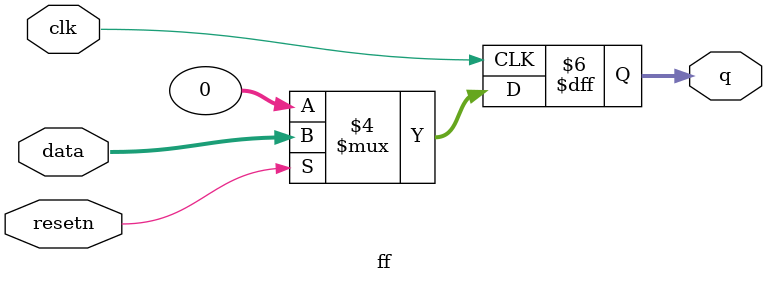
<source format=v>
module ff #(parameter WIDTH = 32) (
	input wire clk, resetn,
	input wire [WIDTH-1:0] data,
	output reg [WIDTH-1:0] q
);
	always @(posedge clk) begin
		if (!resetn) begin
			q <= {{WIDTH}{1'b0}};
		end else begin
			q <= data;
		end
	end
endmodule

</source>
